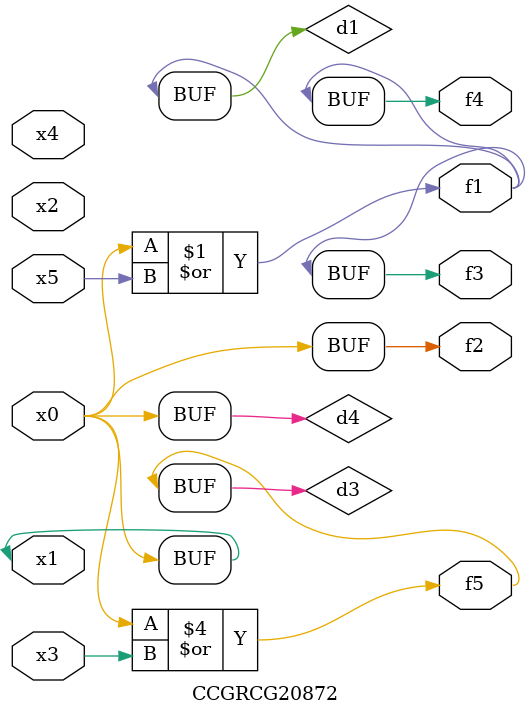
<source format=v>
module CCGRCG20872(
	input x0, x1, x2, x3, x4, x5,
	output f1, f2, f3, f4, f5
);

	wire d1, d2, d3, d4;

	or (d1, x0, x5);
	xnor (d2, x1, x4);
	or (d3, x0, x3);
	buf (d4, x0, x1);
	assign f1 = d1;
	assign f2 = d4;
	assign f3 = d1;
	assign f4 = d1;
	assign f5 = d3;
endmodule

</source>
